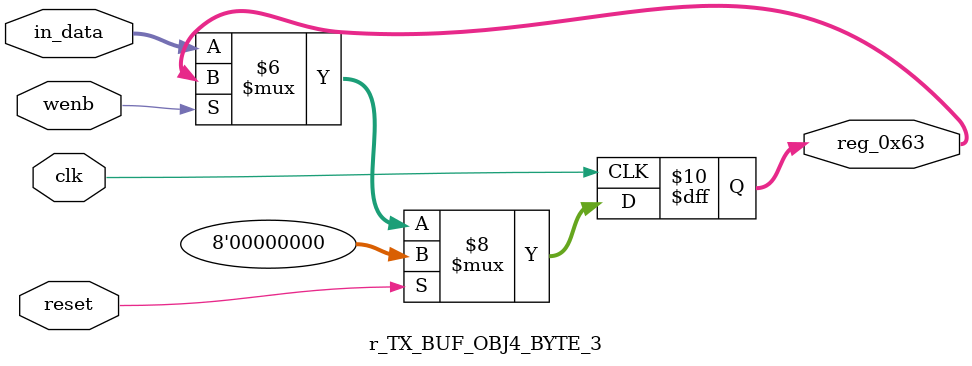
<source format=v>
module r_TX_BUF_OBJ4_BYTE_3(output reg [7:0] reg_0x63, input wire reset, input wire wenb, input wire [7:0] in_data, input wire clk);
	always@(posedge clk)
	begin
		if(reset==0) begin
			if(wenb==0)
				reg_0x63<=in_data;
			else
				reg_0x63<=reg_0x63;
		end
		else
			reg_0x63<=8'h00;
	end
endmodule
</source>
